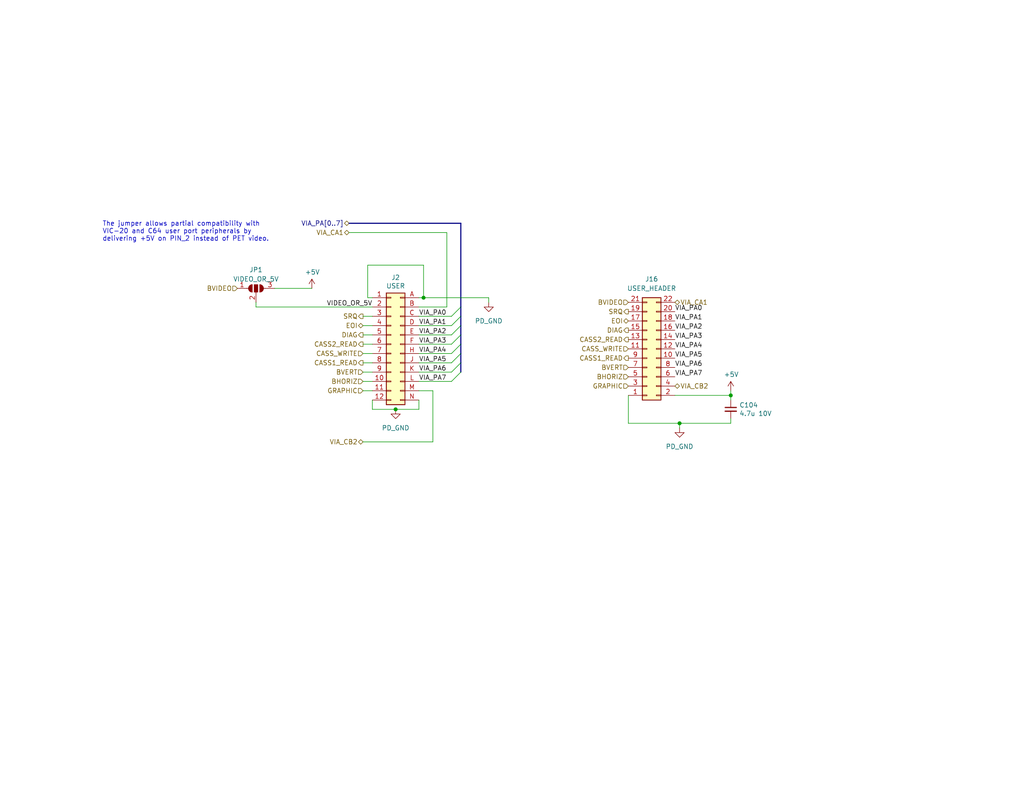
<source format=kicad_sch>
(kicad_sch (version 20211123) (generator eeschema)
  (paper "A")
  (title_block (title "EconoPET 40/8096") (date "2023-11-21") (rev "B"))
  (lib_symbols
    (symbol "Connector_Generic:Conn_02x11_Odd_Even" (pin_names (offset 1.016) hide)
      (property "Reference" "J" (at 1.27 15.24 0))
      (property "Value" "Conn_02x11_Odd_Even" (at 1.27 -15.24 0))
      (symbol "Conn_02x11_Odd_Even_1_1"
        (rectangle (start -1.27 -12.573) (end 0 -12.827) (stroke (width 0.1524)))
        (rectangle (start -1.27 -10.033) (end 0 -10.287) (stroke (width 0.1524)))
        (rectangle (start -1.27 -7.493) (end 0 -7.747) (stroke (width 0.1524)))
        (rectangle (start -1.27 -4.953) (end 0 -5.207) (stroke (width 0.1524)))
        (rectangle (start -1.27 -2.413) (end 0 -2.667) (stroke (width 0.1524)))
        (rectangle (start -1.27 0.127) (end 0 -0.127) (stroke (width 0.1524)))
        (rectangle (start -1.27 2.667) (end 0 2.413) (stroke (width 0.1524)))
        (rectangle (start -1.27 5.207) (end 0 4.953) (stroke (width 0.1524)))
        (rectangle (start -1.27 7.747) (end 0 7.493) (stroke (width 0.1524)))
        (rectangle (start -1.27 10.287) (end 0 10.033) (stroke (width 0.1524)))
        (rectangle (start -1.27 12.827) (end 0 12.573) (stroke (width 0.1524)))
        (rectangle (start -1.27 13.97) (end 3.81 -13.97) (stroke (width 0.254)) (fill (type background)))
        (rectangle (start 3.81 -12.573) (end 2.54 -12.827) (stroke (width 0.1524)))
        (rectangle (start 3.81 -10.033) (end 2.54 -10.287) (stroke (width 0.1524)))
        (rectangle (start 3.81 -7.493) (end 2.54 -7.747) (stroke (width 0.1524)))
        (rectangle (start 3.81 -4.953) (end 2.54 -5.207) (stroke (width 0.1524)))
        (rectangle (start 3.81 -2.413) (end 2.54 -2.667) (stroke (width 0.1524)))
        (rectangle (start 3.81 0.127) (end 2.54 -0.127) (stroke (width 0.1524)))
        (rectangle (start 3.81 2.667) (end 2.54 2.413) (stroke (width 0.1524)))
        (rectangle (start 3.81 5.207) (end 2.54 4.953) (stroke (width 0.1524)))
        (rectangle (start 3.81 7.747) (end 2.54 7.493) (stroke (width 0.1524)))
        (rectangle (start 3.81 10.287) (end 2.54 10.033) (stroke (width 0.1524)))
        (rectangle (start 3.81 12.827) (end 2.54 12.573) (stroke (width 0.1524)))
        (pin passive line (at -5.08 12.7 0) (length 3.81) (name "Pin_1") (number "1"))
        (pin passive line (at 7.62 2.54 180) (length 3.81) (name "Pin_10") (number "10"))
        (pin passive line (at -5.08 0 0) (length 3.81) (name "Pin_11") (number "11"))
        (pin passive line (at 7.62 0 180) (length 3.81) (name "Pin_12") (number "12"))
        (pin passive line (at -5.08 -2.54 0) (length 3.81) (name "Pin_13") (number "13"))
        (pin passive line (at 7.62 -2.54 180) (length 3.81) (name "Pin_14") (number "14"))
        (pin passive line (at -5.08 -5.08 0) (length 3.81) (name "Pin_15") (number "15"))
        (pin passive line (at 7.62 -5.08 180) (length 3.81) (name "Pin_16") (number "16"))
        (pin passive line (at -5.08 -7.62 0) (length 3.81) (name "Pin_17") (number "17"))
        (pin passive line (at 7.62 -7.62 180) (length 3.81) (name "Pin_18") (number "18"))
        (pin passive line (at -5.08 -10.16 0) (length 3.81) (name "Pin_19") (number "19"))
        (pin passive line (at 7.62 12.7 180) (length 3.81) (name "Pin_2") (number "2"))
        (pin passive line (at 7.62 -10.16 180) (length 3.81) (name "Pin_20") (number "20"))
        (pin passive line (at -5.08 -12.7 0) (length 3.81) (name "Pin_21") (number "21"))
        (pin passive line (at 7.62 -12.7 180) (length 3.81) (name "Pin_22") (number "22"))
        (pin passive line (at -5.08 10.16 0) (length 3.81) (name "Pin_3") (number "3"))
        (pin passive line (at 7.62 10.16 180) (length 3.81) (name "Pin_4") (number "4"))
        (pin passive line (at -5.08 7.62 0) (length 3.81) (name "Pin_5") (number "5"))
        (pin passive line (at 7.62 7.62 180) (length 3.81) (name "Pin_6") (number "6"))
        (pin passive line (at -5.08 5.08 0) (length 3.81) (name "Pin_7") (number "7"))
        (pin passive line (at 7.62 5.08 180) (length 3.81) (name "Pin_8") (number "8"))
        (pin passive line (at -5.08 2.54 0) (length 3.81) (name "Pin_9") (number "9"))
      )
    )
    (symbol "Device:C_Small" (pin_numbers hide) (pin_names (offset 0.254) hide)
      (property "Reference" "C" (at 0.254 1.778 0))
      (property "Value" "C_Small" (at 0.254 -2.032 0))
      (symbol "C_Small_0_1"
        (polyline (pts (xy -1.524 -0.508) (xy 1.524 -0.508)) (stroke (width 0.3302)))
        (polyline (pts (xy -1.524 0.508) (xy 1.524 0.508)) (stroke (width 0.3048)))
      )
      (symbol "C_Small_1_1"
        (pin passive line (at 0 2.54 270) (length 2.032) (name "~") (number "1"))
        (pin passive line (at 0 -2.54 90) (length 2.032) (name "~") (number "2"))
      )
    )
    (symbol "PET:PD_GND" (power) (pin_names (offset 0))
      (property "Value" "PD_GND" (at 0 -3.81 0))
      (symbol "PD_GND_0_1"
        (polyline (pts (xy 0 0) (xy 0 -1.27) (xy 1.27 -1.27) (xy 0 -2.54) (xy -1.27 -1.27) (xy 0 -1.27)))
      )
      (symbol "PD_GND_1_1"
        (pin power_in line (at 0 0 270) (length 0) hide (name "PD_GND") (number "1"))
      )
    )
    (symbol "Retrocomputing:CBM_PET_USER_Conn_02x12_Card_Edge" (pin_names (offset 1.016) hide)
      (property "Reference" "J" (at 1.27 15.24 0))
      (property "Value" "CBM_PET_USER_Conn_02x12_Card_Edge" (at 1.27 -17.78 0))
      (symbol "CBM_PET_USER_Conn_02x12_Card_Edge_1_1"
        (rectangle (start -1.27 -15.113) (end 0 -15.367) (stroke (width 0.1524)))
        (rectangle (start -1.27 -12.573) (end 0 -12.827) (stroke (width 0.1524)))
        (rectangle (start -1.27 -10.033) (end 0 -10.287) (stroke (width 0.1524)))
        (rectangle (start -1.27 -7.493) (end 0 -7.747) (stroke (width 0.1524)))
        (rectangle (start -1.27 -4.953) (end 0 -5.207) (stroke (width 0.1524)))
        (rectangle (start -1.27 -2.413) (end 0 -2.667) (stroke (width 0.1524)))
        (rectangle (start -1.27 0.127) (end 0 -0.127) (stroke (width 0.1524)))
        (rectangle (start -1.27 2.667) (end 0 2.413) (stroke (width 0.1524)))
        (rectangle (start -1.27 5.207) (end 0 4.953) (stroke (width 0.1524)))
        (rectangle (start -1.27 7.747) (end 0 7.493) (stroke (width 0.1524)))
        (rectangle (start -1.27 10.287) (end 0 10.033) (stroke (width 0.1524)))
        (rectangle (start -1.27 12.827) (end 0 12.573) (stroke (width 0.1524)))
        (rectangle (start -1.27 13.97) (end 3.81 -16.51) (stroke (width 0.254)) (fill (type background)))
        (rectangle (start 3.81 -15.113) (end 2.54 -15.367) (stroke (width 0.1524)))
        (rectangle (start 3.81 -12.573) (end 2.54 -12.827) (stroke (width 0.1524)))
        (rectangle (start 3.81 -10.033) (end 2.54 -10.287) (stroke (width 0.1524)))
        (rectangle (start 3.81 -7.493) (end 2.54 -7.747) (stroke (width 0.1524)))
        (rectangle (start 3.81 -4.953) (end 2.54 -5.207) (stroke (width 0.1524)))
        (rectangle (start 3.81 -2.413) (end 2.54 -2.667) (stroke (width 0.1524)))
        (rectangle (start 3.81 0.127) (end 2.54 -0.127) (stroke (width 0.1524)))
        (rectangle (start 3.81 2.667) (end 2.54 2.413) (stroke (width 0.1524)))
        (rectangle (start 3.81 5.207) (end 2.54 4.953) (stroke (width 0.1524)))
        (rectangle (start 3.81 7.747) (end 2.54 7.493) (stroke (width 0.1524)))
        (rectangle (start 3.81 10.287) (end 2.54 10.033) (stroke (width 0.1524)))
        (rectangle (start 3.81 12.827) (end 2.54 12.573) (stroke (width 0.1524)))
        (pin passive line (at -5.08 12.7 0) (length 3.81) (name "GND") (number "1"))
        (pin passive line (at -5.08 -10.16 0) (length 3.81) (name "HORIZ") (number "10"))
        (pin passive line (at -5.08 -12.7 0) (length 3.81) (name "GRAPHIC") (number "11"))
        (pin passive line (at -5.08 -15.24 0) (length 3.81) (name "GND") (number "12"))
        (pin passive line (at -5.08 10.16 0) (length 3.81) (name "~{VIDEO}") (number "2"))
        (pin passive line (at -5.08 7.62 0) (length 3.81) (name "SRQ") (number "3"))
        (pin passive line (at -5.08 5.08 0) (length 3.81) (name "EOI") (number "4"))
        (pin passive line (at -5.08 2.54 0) (length 3.81) (name "DIAG") (number "5"))
        (pin passive line (at -5.08 0 0) (length 3.81) (name "CASS2_READ") (number "6"))
        (pin passive line (at -5.08 -2.54 0) (length 3.81) (name "CASS_WRITE") (number "7"))
        (pin passive line (at -5.08 -5.08 0) (length 3.81) (name "CASS1_READ") (number "8"))
        (pin passive line (at -5.08 -7.62 0) (length 3.81) (name "VERT") (number "9"))
        (pin passive line (at 7.62 12.7 180) (length 3.81) (name "GND") (number "A"))
        (pin passive line (at 7.62 10.16 180) (length 3.81) (name "VIA_CA1") (number "B"))
        (pin passive line (at 7.62 7.62 180) (length 3.81) (name "VIA_PA0") (number "C"))
        (pin passive line (at 7.62 5.08 180) (length 3.81) (name "VIA_PA1") (number "D"))
        (pin passive line (at 7.62 2.54 180) (length 3.81) (name "VIA_PA2") (number "E"))
        (pin passive line (at 7.62 0 180) (length 3.81) (name "VIA_PA3") (number "F"))
        (pin passive line (at 7.62 -2.54 180) (length 3.81) (name "VIA_PA4") (number "H"))
        (pin passive line (at 7.62 -5.08 180) (length 3.81) (name "VIA_PA5") (number "J"))
        (pin passive line (at 7.62 -7.62 180) (length 3.81) (name "VIA_PA6") (number "K"))
        (pin passive line (at 7.62 -10.16 180) (length 3.81) (name "VIA_PA7") (number "L"))
        (pin passive line (at 7.62 -12.7 180) (length 3.81) (name "VIA_CB2") (number "M"))
        (pin passive line (at 7.62 -15.24 180) (length 3.81) (name "GND") (number "N"))
      )
    )
    (symbol "SolderJumper_3_Open_3" (pin_names (offset 0) hide)
      (property "Reference" "JP" (at -2.54 -2.54 0))
      (property "Value" "SolderJumper_3_Open_3" (at 0 2.794 0))
      (symbol "SolderJumper_3_Open_3_0_1"
        (arc (start -1.016 1.016) (mid -2.032 0) (end -1.016 -1.016))
        (arc (start -1.016 1.016) (mid -2.032 0) (end -1.016 -1.016) (fill (type outline)))
        (rectangle (start -0.508 1.016) (end 0.508 -1.016) (fill (type outline)))
        (polyline (pts (xy -2.54 0) (xy -2.032 0)))
        (polyline (pts (xy -1.016 1.016) (xy -1.016 -1.016)))
        (polyline (pts (xy 0 -1.27) (xy 0 -1.016)))
        (polyline (pts (xy 1.016 1.016) (xy 1.016 -1.016)))
        (polyline (pts (xy 2.54 0) (xy 2.032 0)))
        (arc (start 1.016 -1.016) (mid 2.032 0) (end 1.016 1.016))
        (arc (start 1.016 -1.016) (mid 2.032 0) (end 1.016 1.016) (fill (type outline)))
      )
      (symbol "SolderJumper_3_Open_3_1_1"
        (pin passive line (at -5.08 0 0) (length 2.54) (name "A") (number "1"))
        (pin passive line (at 0 -3.81 90) (length 2.54) (name "C") (number "2"))
        (pin passive line (at 5.08 0 180) (length 2.54) (name "B") (number "3"))
      )
    )
    (symbol "power:+5V" (power) (pin_names (offset 0))
      (property "Value" "+5V" (at 0 3.556 0))
      (symbol "+5V_0_1"
        (polyline (pts (xy -0.762 1.27) (xy 0 2.54)))
        (polyline (pts (xy 0 0) (xy 0 2.54)))
        (polyline (pts (xy 0 2.54) (xy 0.762 1.27)))
      )
      (symbol "+5V_1_1"
        (pin power_in line (at 0 0 90) (length 0) hide (name "+5V") (number "1"))
      )
    )
  )
  (junction (at 199.39 107.95))
  (junction (at 107.95 111.76))
  (junction (at 185.42 115.57))
  (junction (at 115.57 81.28))
  (bus_entry (at 125.73 91.44) (size -2.54 2.54))
  (bus_entry (at 125.73 101.6) (size -2.54 2.54))
  (bus_entry (at 125.73 88.9) (size -2.54 2.54))
  (bus_entry (at 125.73 99.06) (size -2.54 2.54))
  (bus_entry (at 125.73 83.82) (size -2.54 2.54))
  (bus_entry (at 125.73 96.52) (size -2.54 2.54))
  (bus_entry (at 125.73 86.36) (size -2.54 2.54))
  (bus_entry (at 125.73 93.98) (size -2.54 2.54))
  (bus (pts (xy 125.73 88.9) (xy 125.73 91.44)))
  (bus (pts (xy 125.73 96.52) (xy 125.73 99.06)))
  (wire (pts (xy 99.06 104.14) (xy 101.6 104.14)))
  (bus (pts (xy 125.73 83.82) (xy 125.73 86.36)))
  (bus (pts (xy 125.73 93.98) (xy 125.73 96.52)))
  (wire (pts (xy 199.39 114.3) (xy 199.39 115.57)))
  (wire (pts (xy 184.15 107.95) (xy 199.39 107.95)))
  (wire (pts (xy 69.85 83.82) (xy 69.85 82.55)))
  (wire (pts (xy 101.6 81.28) (xy 100.33 81.28)))
  (wire (pts (xy 171.45 107.95) (xy 171.45 115.57)))
  (wire (pts (xy 118.11 120.65) (xy 99.06 120.65)))
  (wire (pts (xy 107.95 111.76) (xy 114.3 111.76)))
  (wire (pts (xy 123.19 86.36) (xy 114.3 86.36)))
  (bus (pts (xy 125.73 86.36) (xy 125.73 88.9)))
  (wire (pts (xy 99.06 99.06) (xy 101.6 99.06)))
  (wire (pts (xy 114.3 81.28) (xy 115.57 81.28)))
  (wire (pts (xy 101.6 111.76) (xy 101.6 109.22)))
  (wire (pts (xy 121.92 83.82) (xy 121.92 63.5)))
  (wire (pts (xy 114.3 93.98) (xy 123.19 93.98)))
  (wire (pts (xy 99.06 96.52) (xy 101.6 96.52)))
  (wire (pts (xy 185.42 115.57) (xy 171.45 115.57)))
  (wire (pts (xy 199.39 107.95) (xy 199.39 106.68)))
  (bus (pts (xy 125.73 60.96) (xy 95.25 60.96)))
  (wire (pts (xy 74.93 78.74) (xy 85.09 78.74)))
  (wire (pts (xy 114.3 88.9) (xy 123.19 88.9)))
  (wire (pts (xy 114.3 96.52) (xy 123.19 96.52)))
  (wire (pts (xy 69.85 83.82) (xy 101.6 83.82)))
  (wire (pts (xy 99.06 91.44) (xy 101.6 91.44)))
  (wire (pts (xy 115.57 81.28) (xy 133.35 81.28)))
  (wire (pts (xy 99.06 101.6) (xy 101.6 101.6)))
  (wire (pts (xy 99.06 86.36) (xy 101.6 86.36)))
  (bus (pts (xy 125.73 99.06) (xy 125.73 101.6)))
  (wire (pts (xy 115.57 72.39) (xy 115.57 81.28)))
  (wire (pts (xy 114.3 83.82) (xy 121.92 83.82)))
  (bus (pts (xy 125.73 91.44) (xy 125.73 93.98)))
  (wire (pts (xy 99.06 93.98) (xy 101.6 93.98)))
  (wire (pts (xy 199.39 107.95) (xy 199.39 109.22)))
  (wire (pts (xy 114.3 109.22) (xy 114.3 111.76)))
  (wire (pts (xy 101.6 111.76) (xy 107.95 111.76)))
  (wire (pts (xy 133.35 81.28) (xy 133.35 82.55)))
  (wire (pts (xy 123.19 91.44) (xy 114.3 91.44)))
  (wire (pts (xy 114.3 104.14) (xy 123.19 104.14)))
  (wire (pts (xy 121.92 63.5) (xy 95.25 63.5)))
  (wire (pts (xy 114.3 99.06) (xy 123.19 99.06)))
  (wire (pts (xy 185.42 116.84) (xy 185.42 115.57)))
  (wire (pts (xy 114.3 101.6) (xy 123.19 101.6)))
  (wire (pts (xy 100.33 72.39) (xy 115.57 72.39)))
  (wire (pts (xy 99.06 106.68) (xy 101.6 106.68)))
  (wire (pts (xy 118.11 106.68) (xy 118.11 120.65)))
  (wire (pts (xy 99.06 88.9) (xy 101.6 88.9)))
  (bus (pts (xy 125.73 60.96) (xy 125.73 83.82)))
  (wire (pts (xy 185.42 115.57) (xy 199.39 115.57)))
  (wire (pts (xy 114.3 106.68) (xy 118.11 106.68)))
  (wire (pts (xy 100.33 81.28) (xy 100.33 72.39)))
  (text "The jumper allows partial compatibility with\nVIC-20 and C64 user port peripherals by\ndelivering +5V on PIN_2 instead of PET video." (at 27.94 66.04 0) (effects (font (size 1.27 1.27)) (justify left bottom)))
  (label "VIA_PA0" (at 184.15 85.09 0))
  (label "VIA_PA7" (at 184.15 102.87 0))
  (label "VIA_PA1" (at 114.3 88.9 0))
  (label "VIA_PA5" (at 114.3 99.06 0))
  (label "VIA_PA3" (at 114.3 93.98 0))
  (label "VIA_PA2" (at 184.15 90.17 0))
  (label "VIA_PA1" (at 184.15 87.63 0))
  (label "VIA_PA6" (at 184.15 100.33 0))
  (label "VIA_PA4" (at 184.15 95.25 0))
  (label "VIA_PA4" (at 114.3 96.52 0))
  (label "VIA_PA5" (at 184.15 97.79 0))
  (label "VIDEO_OR_5V" (at 101.6 83.82 180))
  (label "VIA_PA6" (at 114.3 101.6 0))
  (label "VIA_PA7" (at 114.3 104.14 0))
  (label "VIA_PA2" (at 114.3 91.44 0))
  (label "VIA_PA0" (at 114.3 86.36 0))
  (label "VIA_PA3" (at 184.15 92.71 0))
  (hierarchical_label "DIAG" (shape output) (at 99.06 91.44 180))
  (hierarchical_label "BVERT" (shape input) (at 99.06 101.6 180))
  (hierarchical_label "CASS1_READ" (shape output) (at 99.06 99.06 180))
  (hierarchical_label "BVIDEO" (shape input) (at 171.45 82.55 180))
  (hierarchical_label "SRQ" (shape output) (at 99.06 86.36 180))
  (hierarchical_label "BHORIZ" (shape input) (at 99.06 104.14 180))
  (hierarchical_label "CASS1_READ" (shape output) (at 171.45 97.79 180))
  (hierarchical_label "VIA_PA[0..7]" (shape bidirectional) (at 95.25 60.96 180))
  (hierarchical_label "GRAPHIC" (shape input) (at 99.06 106.68 180))
  (hierarchical_label "CASS_WRITE" (shape input) (at 171.45 95.25 180))
  (hierarchical_label "BVERT" (shape input) (at 171.45 100.33 180))
  (hierarchical_label "EOI" (shape bidirectional) (at 171.45 87.63 180))
  (hierarchical_label "BVIDEO" (shape input) (at 64.77 78.74 180))
  (hierarchical_label "CASS2_READ" (shape output) (at 171.45 92.71 180))
  (hierarchical_label "VIA_CA1" (shape bidirectional) (at 95.25 63.5 180))
  (hierarchical_label "EOI" (shape bidirectional) (at 99.06 88.9 180))
  (hierarchical_label "SRQ" (shape output) (at 171.45 85.09 180))
  (hierarchical_label "VIA_CB2" (shape bidirectional) (at 184.15 105.41 0))
  (hierarchical_label "VIA_CB2" (shape bidirectional) (at 99.06 120.65 180))
  (hierarchical_label "DIAG" (shape output) (at 171.45 90.17 180))
  (hierarchical_label "VIA_CA1" (shape bidirectional) (at 184.15 82.55 0))
  (hierarchical_label "GRAPHIC" (shape input) (at 171.45 105.41 180))
  (hierarchical_label "BHORIZ" (shape input) (at 171.45 102.87 180))
  (hierarchical_label "CASS2_READ" (shape output) (at 99.06 93.98 180))
  (hierarchical_label "CASS_WRITE" (shape input) (at 99.06 96.52 180))
  (symbol (lib_id "Retrocomputing:CBM_PET_USER_Conn_02x12_Card_Edge") (at 106.68 93.98 0) (unit 1)
    (property "Reference" "J2" (at 107.95 75.7682 0))
    (property "Value" "USER" (at 107.95 78.0796 0))
    (property "Footprint" "Retrocomputing:CBM_PET_USER_EDGE_CON_24P" (effects hide))
  )
  (symbol (lib_id "power:+5V") (at 199.39 106.68 0) (mirror y) (unit 1)
    (property "Reference" "#PWR0121" (effects hide))
    (property "Value" "+5V" (at 197.485 102.235 0) (effects (justify right)))
  )
  (symbol (lib_id "Connector_Generic:Conn_02x11_Odd_Even") (at 176.53 95.25 0) (mirror x) (unit 1)
    (property "Reference" "J16" (at 177.8 76.2 0))
    (property "Value" "USER_HEADER" (at 177.8 78.74 0))
    (property "Footprint" "Connector_PinHeader_2.54mm:PinHeader_2x11_P2.54mm_Vertical" (effects hide))
    (property "MOUSER" "649-1012938195002BLF" (effects hide))
  )
  (symbol (lib_id "PET:PD_GND") (at 107.95 111.76 0) (unit 1)
    (property "Reference" "#PWR0118" (effects hide))
    (property "Value" "PD_GND" (at 107.95 116.84 0))
  )
  (symbol (lib_id "Device:C_Small") (at 199.39 111.76 0) (unit 1)
    (property "Reference" "C104" (at 201.7268 110.5916 0) (effects (justify left)))
    (property "Value" "4.7u 10V" (at 201.7268 112.903 0) (effects (justify left)))
    (property "Footprint" "Capacitor_SMD:C_0402_1005Metric" (effects hide))
    (property "Datasheet" "https://datasheet.lcsc.com/lcsc/2304140030_Samsung-Electro-Mechanics-CL05A475MP5NRNC_C23733.pdf" (effects hide))
    (property "LCSC" "C23733" (effects hide))
  )
  (symbol (lib_id "PET:PD_GND") (at 133.35 82.55 0) (unit 1)
    (property "Reference" "#PWR0119" (effects hide))
    (property "Value" "PD_GND" (at 133.35 87.63 0))
  )
  (symbol (lib_name "SolderJumper_3_Open_3") (lib_id "Jumper:SolderJumper_3_Open") (at 69.85 78.74 0) (unit 1)
    (property "Reference" "JP1" (at 69.85 73.66 0))
    (property "Value" "VIDEO_OR_5V" (at 69.85 76.2 0))
    (property "Footprint" "Jumper:SolderJumper-3_P1.3mm_Open_RoundedPad1.0x1.5mm" (effects hide))
  )
  (symbol (lib_id "PET:PD_GND") (at 185.42 116.84 0) (unit 1)
    (property "Reference" "#PWR0120" (effects hide))
    (property "Value" "PD_GND" (at 185.42 121.92 0))
  )
  (symbol (lib_id "power:+5V") (at 85.09 78.74 0) (mirror y) (unit 1)
    (property "Reference" "#PWR0117" (effects hide))
    (property "Value" "+5V" (at 83.185 74.295 0) (effects (justify right)))
  )
)
</source>
